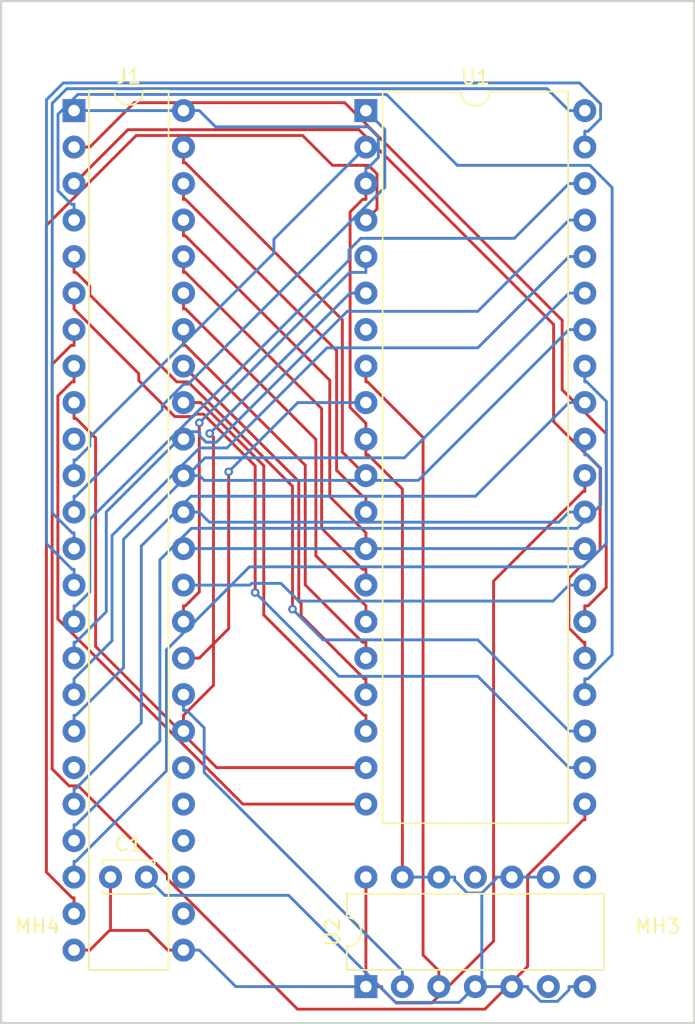
<source format=kicad_pcb>
(kicad_pcb (version 20171130) (host pcbnew 5.1.5+dfsg1-2build2)

  (general
    (thickness 1.6)
    (drawings 4)
    (tracks 381)
    (zones 0)
    (modules 8)
    (nets 52)
  )

  (page A4)
  (layers
    (0 F.Cu signal hide)
    (31 B.Cu signal)
    (32 B.Adhes user)
    (33 F.Adhes user)
    (34 B.Paste user)
    (35 F.Paste user)
    (36 B.SilkS user)
    (37 F.SilkS user)
    (38 B.Mask user)
    (39 F.Mask user)
    (40 Dwgs.User user)
    (41 Cmts.User user)
    (42 Eco1.User user)
    (43 Eco2.User user)
    (44 Edge.Cuts user)
    (45 Margin user)
    (46 B.CrtYd user)
    (47 F.CrtYd user)
    (48 B.Fab user)
    (49 F.Fab user)
  )

  (setup
    (last_trace_width 0.2)
    (user_trace_width 0.2)
    (user_trace_width 0.4)
    (user_trace_width 0.6)
    (user_trace_width 0.8)
    (user_trace_width 1)
    (user_trace_width 1.2)
    (user_trace_width 1.6)
    (user_trace_width 2)
    (trace_clearance 0.2)
    (zone_clearance 0.35)
    (zone_45_only no)
    (trace_min 0.1524)
    (via_size 0.6)
    (via_drill 0.3)
    (via_min_size 0.5)
    (via_min_drill 0.2)
    (user_via 0.9 0.5)
    (user_via 1.2 0.8)
    (user_via 1.4 0.9)
    (user_via 1.5 1)
    (uvia_size 0.3)
    (uvia_drill 0.1)
    (uvias_allowed no)
    (uvia_min_size 0.2)
    (uvia_min_drill 0.1)
    (edge_width 0.15)
    (segment_width 0.2)
    (pcb_text_width 0.3)
    (pcb_text_size 1.5 1.5)
    (mod_edge_width 0.15)
    (mod_text_size 1 1)
    (mod_text_width 0.15)
    (pad_size 3.2 3.2)
    (pad_drill 3.2)
    (pad_to_mask_clearance 0.051)
    (solder_mask_min_width 0.25)
    (aux_axis_origin 101 70)
    (grid_origin 101 70)
    (visible_elements FFFDFF7F)
    (pcbplotparams
      (layerselection 0x010fc_ffffffff)
      (usegerberextensions false)
      (usegerberattributes false)
      (usegerberadvancedattributes false)
      (creategerberjobfile false)
      (excludeedgelayer true)
      (linewidth 0.100000)
      (plotframeref false)
      (viasonmask false)
      (mode 1)
      (useauxorigin false)
      (hpglpennumber 1)
      (hpglpenspeed 20)
      (hpglpendiameter 15.000000)
      (psnegative false)
      (psa4output false)
      (plotreference true)
      (plotvalue true)
      (plotinvisibletext false)
      (padsonsilk false)
      (subtractmaskfromsilk false)
      (outputformat 1)
      (mirror false)
      (drillshape 1)
      (scaleselection 1)
      (outputdirectory ""))
  )

  (net 0 "")
  (net 1 VCC)
  (net 2 GND)
  (net 3 /P53)
  (net 4 /P26)
  (net 5 /P27)
  (net 6 /P47)
  (net 7 /P46)
  (net 8 /P25)
  (net 9 /P24)
  (net 10 /P23)
  (net 11 /P22)
  (net 12 /P21)
  (net 13 /P20)
  (net 14 /P34)
  (net 15 /P35)
  (net 16 /P17)
  (net 17 /P36)
  (net 18 /P16)
  (net 19 /P15)
  (net 20 /P40)
  (net 21 /P14)
  (net 22 /P13)
  (net 23 /P42)
  (net 24 /P12)
  (net 25 /P11)
  (net 26 /P10)
  (net 27 "Net-(U2-Pad6)")
  (net 28 "Net-(U2-Pad11)")
  (net 29 "Net-(U2-Pad8)")
  (net 30 /P33)
  (net 31 /P32)
  (net 32 /P31)
  (net 33 /P30)
  (net 34 /P51)
  (net 35 /P43)
  (net 36 /P37)
  (net 37 /P50)
  (net 38 /P52)
  (net 39 "Net-(J1-Pad30)")
  (net 40 "Net-(J1-Pad27)")
  (net 41 "Net-(J1-Pad26)")
  (net 42 "Net-(J1-Pad19)")
  (net 43 "Net-(J1-Pad10)")
  (net 44 "Net-(J1-Pad39)")
  (net 45 /P44)
  (net 46 /P45)
  (net 47 "Net-(J1-Pad28)")
  (net 48 "Net-(J1-Pad29)")
  (net 49 /P41)
  (net 50 "Net-(U1-Pad8)")
  (net 51 "Net-(U1-Pad7)")

  (net_class Default "This is the default net class."
    (clearance 0.2)
    (trace_width 0.2)
    (via_dia 0.6)
    (via_drill 0.3)
    (uvia_dia 0.3)
    (uvia_drill 0.1)
    (diff_pair_width 0.2)
    (diff_pair_gap 0.2)
    (add_net /P10)
    (add_net /P11)
    (add_net /P12)
    (add_net /P13)
    (add_net /P14)
    (add_net /P15)
    (add_net /P16)
    (add_net /P17)
    (add_net /P20)
    (add_net /P21)
    (add_net /P22)
    (add_net /P23)
    (add_net /P24)
    (add_net /P25)
    (add_net /P26)
    (add_net /P27)
    (add_net /P30)
    (add_net /P31)
    (add_net /P32)
    (add_net /P33)
    (add_net /P34)
    (add_net /P35)
    (add_net /P36)
    (add_net /P37)
    (add_net /P40)
    (add_net /P41)
    (add_net /P42)
    (add_net /P43)
    (add_net /P44)
    (add_net /P45)
    (add_net /P46)
    (add_net /P47)
    (add_net /P50)
    (add_net /P51)
    (add_net /P52)
    (add_net /P53)
    (add_net GND)
    (add_net "Net-(J1-Pad10)")
    (add_net "Net-(J1-Pad19)")
    (add_net "Net-(J1-Pad26)")
    (add_net "Net-(J1-Pad27)")
    (add_net "Net-(J1-Pad28)")
    (add_net "Net-(J1-Pad29)")
    (add_net "Net-(J1-Pad30)")
    (add_net "Net-(J1-Pad39)")
    (add_net "Net-(U1-Pad7)")
    (add_net "Net-(U1-Pad8)")
    (add_net "Net-(U2-Pad11)")
    (add_net "Net-(U2-Pad6)")
    (add_net "Net-(U2-Pad8)")
    (add_net VCC)
  )

  (module Package_DIP:DIP-40_W15.24mm (layer F.Cu) (tedit 5A02E8C5) (tstamp 61E907DB)
    (at 123.86 75.08)
    (descr "40-lead though-hole mounted DIP package, row spacing 15.24 mm (600 mils)")
    (tags "THT DIP DIL PDIP 2.54mm 15.24mm 600mil")
    (path /61E9C118)
    (fp_text reference U1 (at 7.62 -2.33) (layer F.SilkS)
      (effects (font (size 1 1) (thickness 0.15)))
    )
    (fp_text value TMS32C010NL (at 7.62 50.59) (layer F.Fab)
      (effects (font (size 1 1) (thickness 0.15)))
    )
    (fp_text user %R (at 7.62 24.13) (layer F.Fab)
      (effects (font (size 1 1) (thickness 0.15)))
    )
    (fp_line (start 16.3 -1.55) (end -1.05 -1.55) (layer F.CrtYd) (width 0.05))
    (fp_line (start 16.3 49.8) (end 16.3 -1.55) (layer F.CrtYd) (width 0.05))
    (fp_line (start -1.05 49.8) (end 16.3 49.8) (layer F.CrtYd) (width 0.05))
    (fp_line (start -1.05 -1.55) (end -1.05 49.8) (layer F.CrtYd) (width 0.05))
    (fp_line (start 14.08 -1.33) (end 8.62 -1.33) (layer F.SilkS) (width 0.12))
    (fp_line (start 14.08 49.59) (end 14.08 -1.33) (layer F.SilkS) (width 0.12))
    (fp_line (start 1.16 49.59) (end 14.08 49.59) (layer F.SilkS) (width 0.12))
    (fp_line (start 1.16 -1.33) (end 1.16 49.59) (layer F.SilkS) (width 0.12))
    (fp_line (start 6.62 -1.33) (end 1.16 -1.33) (layer F.SilkS) (width 0.12))
    (fp_line (start 0.255 -0.27) (end 1.255 -1.27) (layer F.Fab) (width 0.1))
    (fp_line (start 0.255 49.53) (end 0.255 -0.27) (layer F.Fab) (width 0.1))
    (fp_line (start 14.985 49.53) (end 0.255 49.53) (layer F.Fab) (width 0.1))
    (fp_line (start 14.985 -1.27) (end 14.985 49.53) (layer F.Fab) (width 0.1))
    (fp_line (start 1.255 -1.27) (end 14.985 -1.27) (layer F.Fab) (width 0.1))
    (fp_arc (start 7.62 -1.33) (end 6.62 -1.33) (angle -180) (layer F.SilkS) (width 0.12))
    (pad 40 thru_hole oval (at 15.24 0) (size 1.6 1.6) (drill 0.8) (layers *.Cu *.Mask)
      (net 31 /P32))
    (pad 20 thru_hole oval (at 0 48.26) (size 1.6 1.6) (drill 0.8) (layers *.Cu *.Mask)
      (net 18 /P16))
    (pad 39 thru_hole oval (at 15.24 2.54) (size 1.6 1.6) (drill 0.8) (layers *.Cu *.Mask)
      (net 30 /P33))
    (pad 19 thru_hole oval (at 0 45.72) (size 1.6 1.6) (drill 0.8) (layers *.Cu *.Mask)
      (net 16 /P17))
    (pad 38 thru_hole oval (at 15.24 5.08) (size 1.6 1.6) (drill 0.8) (layers *.Cu *.Mask)
      (net 14 /P34))
    (pad 18 thru_hole oval (at 0 43.18) (size 1.6 1.6) (drill 0.8) (layers *.Cu *.Mask)
      (net 5 /P27))
    (pad 37 thru_hole oval (at 15.24 7.62) (size 1.6 1.6) (drill 0.8) (layers *.Cu *.Mask)
      (net 15 /P35))
    (pad 17 thru_hole oval (at 0 40.64) (size 1.6 1.6) (drill 0.8) (layers *.Cu *.Mask)
      (net 4 /P26))
    (pad 36 thru_hole oval (at 15.24 10.16) (size 1.6 1.6) (drill 0.8) (layers *.Cu *.Mask)
      (net 17 /P36))
    (pad 16 thru_hole oval (at 0 38.1) (size 1.6 1.6) (drill 0.8) (layers *.Cu *.Mask)
      (net 8 /P25))
    (pad 35 thru_hole oval (at 15.24 12.7) (size 1.6 1.6) (drill 0.8) (layers *.Cu *.Mask)
      (net 36 /P37))
    (pad 15 thru_hole oval (at 0 35.56) (size 1.6 1.6) (drill 0.8) (layers *.Cu *.Mask)
      (net 9 /P24))
    (pad 34 thru_hole oval (at 15.24 15.24) (size 1.6 1.6) (drill 0.8) (layers *.Cu *.Mask)
      (net 20 /P40))
    (pad 14 thru_hole oval (at 0 33.02) (size 1.6 1.6) (drill 0.8) (layers *.Cu *.Mask)
      (net 10 /P23))
    (pad 33 thru_hole oval (at 15.24 17.78) (size 1.6 1.6) (drill 0.8) (layers *.Cu *.Mask)
      (net 38 /P52))
    (pad 13 thru_hole oval (at 0 30.48) (size 1.6 1.6) (drill 0.8) (layers *.Cu *.Mask)
      (net 11 /P22))
    (pad 32 thru_hole oval (at 15.24 20.32) (size 1.6 1.6) (drill 0.8) (layers *.Cu *.Mask)
      (net 37 /P50))
    (pad 12 thru_hole oval (at 0 27.94) (size 1.6 1.6) (drill 0.8) (layers *.Cu *.Mask)
      (net 12 /P21))
    (pad 31 thru_hole oval (at 15.24 22.86) (size 1.6 1.6) (drill 0.8) (layers *.Cu *.Mask)
      (net 34 /P51))
    (pad 11 thru_hole oval (at 0 25.4) (size 1.6 1.6) (drill 0.8) (layers *.Cu *.Mask)
      (net 13 /P20))
    (pad 30 thru_hole oval (at 15.24 25.4) (size 1.6 1.6) (drill 0.8) (layers *.Cu *.Mask)
      (net 1 VCC))
    (pad 10 thru_hole oval (at 0 22.86) (size 1.6 1.6) (drill 0.8) (layers *.Cu *.Mask)
      (net 2 GND))
    (pad 29 thru_hole oval (at 15.24 27.94) (size 1.6 1.6) (drill 0.8) (layers *.Cu *.Mask)
      (net 49 /P41))
    (pad 9 thru_hole oval (at 0 20.32) (size 1.6 1.6) (drill 0.8) (layers *.Cu *.Mask)
      (net 46 /P45))
    (pad 28 thru_hole oval (at 15.24 30.48) (size 1.6 1.6) (drill 0.8) (layers *.Cu *.Mask)
      (net 23 /P42))
    (pad 8 thru_hole oval (at 0 17.78) (size 1.6 1.6) (drill 0.8) (layers *.Cu *.Mask)
      (net 50 "Net-(U1-Pad8)"))
    (pad 27 thru_hole oval (at 15.24 33.02) (size 1.6 1.6) (drill 0.8) (layers *.Cu *.Mask)
      (net 35 /P43))
    (pad 7 thru_hole oval (at 0 15.24) (size 1.6 1.6) (drill 0.8) (layers *.Cu *.Mask)
      (net 51 "Net-(U1-Pad7)"))
    (pad 26 thru_hole oval (at 15.24 35.56) (size 1.6 1.6) (drill 0.8) (layers *.Cu *.Mask)
      (net 26 /P10))
    (pad 6 thru_hole oval (at 0 12.7) (size 1.6 1.6) (drill 0.8) (layers *.Cu *.Mask)
      (net 6 /P47))
    (pad 25 thru_hole oval (at 15.24 38.1) (size 1.6 1.6) (drill 0.8) (layers *.Cu *.Mask)
      (net 25 /P11))
    (pad 5 thru_hole oval (at 0 10.16) (size 1.6 1.6) (drill 0.8) (layers *.Cu *.Mask)
      (net 45 /P44))
    (pad 24 thru_hole oval (at 15.24 40.64) (size 1.6 1.6) (drill 0.8) (layers *.Cu *.Mask)
      (net 24 /P12))
    (pad 4 thru_hole oval (at 0 7.62) (size 1.6 1.6) (drill 0.8) (layers *.Cu *.Mask)
      (net 3 /P53))
    (pad 23 thru_hole oval (at 15.24 43.18) (size 1.6 1.6) (drill 0.8) (layers *.Cu *.Mask)
      (net 22 /P13))
    (pad 3 thru_hole oval (at 0 5.08) (size 1.6 1.6) (drill 0.8) (layers *.Cu *.Mask)
      (net 2 GND))
    (pad 22 thru_hole oval (at 15.24 45.72) (size 1.6 1.6) (drill 0.8) (layers *.Cu *.Mask)
      (net 21 /P14))
    (pad 2 thru_hole oval (at 0 2.54) (size 1.6 1.6) (drill 0.8) (layers *.Cu *.Mask)
      (net 33 /P30))
    (pad 21 thru_hole oval (at 15.24 48.26) (size 1.6 1.6) (drill 0.8) (layers *.Cu *.Mask)
      (net 19 /P15))
    (pad 1 thru_hole rect (at 0 0) (size 1.6 1.6) (drill 0.8) (layers *.Cu *.Mask)
      (net 32 /P31))
    (model ${KISYS3DMOD}/Package_DIP.3dshapes/DIP-40_W15.24mm.wrl
      (at (xyz 0 0 0))
      (scale (xyz 1 1 1))
      (rotate (xyz 0 0 0))
    )
  )

  (module 0-LocalLibrary:DIP-48_W7.62mm (layer F.Cu) (tedit 6198C9C5) (tstamp 61E6ACD4)
    (at 103.54 75.08)
    (descr "48-lead dip package, row spacing 7.62 mm (300 mils)")
    (tags "DIL DIP PDIP 2.54mm 7.62mm 300mill")
    (path /621B43C2)
    (fp_text reference J1 (at 3.81 -2.39) (layer F.SilkS)
      (effects (font (size 1 1) (thickness 0.15)))
    )
    (fp_text value BionicConnector (at 5.08 60.96) (layer F.Fab)
      (effects (font (size 1 1) (thickness 0.15)))
    )
    (fp_line (start 8.68 60.02) (end 8.68 18.72) (layer F.CrtYd) (width 0.05))
    (fp_line (start 7.365 59.69) (end 0.255 59.69) (layer F.Fab) (width 0.1))
    (fp_line (start 0.255 59.69) (end 0.255 20.05) (layer F.Fab) (width 0.1))
    (fp_line (start -1.1 60.02) (end 8.68 60.02) (layer F.CrtYd) (width 0.05))
    (fp_line (start -1.1 18.72) (end -1.1 60.02) (layer F.CrtYd) (width 0.05))
    (fp_line (start 6.58 59.81) (end 6.58 18.93) (layer F.SilkS) (width 0.12))
    (fp_line (start 1.04 59.81) (end 6.58 59.81) (layer F.SilkS) (width 0.12))
    (fp_line (start 1.04 18.93) (end 1.04 59.81) (layer F.SilkS) (width 0.12))
    (fp_line (start 7.365 19.05) (end 7.365 59.69) (layer F.Fab) (width 0.1))
    (fp_arc (start 3.81 -1.39) (end 2.81 -1.39) (angle -180) (layer F.SilkS) (width 0.12))
    (fp_line (start 8.68 -1.6) (end -1.1 -1.6) (layer F.CrtYd) (width 0.05))
    (fp_line (start 8.68 39.7) (end 8.68 -1.6) (layer F.CrtYd) (width 0.05))
    (fp_line (start -1.1 -1.6) (end -1.1 39.7) (layer F.CrtYd) (width 0.05))
    (fp_line (start 6.58 -1.39) (end 4.81 -1.39) (layer F.SilkS) (width 0.12))
    (fp_line (start 6.58 39.49) (end 6.58 -1.39) (layer F.SilkS) (width 0.12))
    (fp_line (start 1.04 -1.39) (end 1.04 39.49) (layer F.SilkS) (width 0.12))
    (fp_line (start 2.81 -1.39) (end 1.04 -1.39) (layer F.SilkS) (width 0.12))
    (fp_line (start 0.255 -0.27) (end 1.255 -1.27) (layer F.Fab) (width 0.1))
    (fp_line (start 0.255 39.37) (end 0.255 -0.27) (layer F.Fab) (width 0.1))
    (fp_line (start 7.365 -1.27) (end 7.365 39.37) (layer F.Fab) (width 0.1))
    (fp_line (start 1.255 -1.27) (end 7.365 -1.27) (layer F.Fab) (width 0.1))
    (fp_text user %R (at 3.81 19.05) (layer F.Fab)
      (effects (font (size 1 1) (thickness 0.15)))
    )
    (pad 20 thru_hole oval (at 0 48.26) (size 1.6 1.6) (drill 0.8) (layers *.Cu *.Mask)
      (net 37 /P50))
    (pad 24 thru_hole oval (at 0 58.42) (size 1.6 1.6) (drill 0.8) (layers *.Cu *.Mask)
      (net 1 VCC))
    (pad 25 thru_hole oval (at 7.62 58.42) (size 1.6 1.6) (drill 0.8) (layers *.Cu *.Mask)
      (net 1 VCC))
    (pad 23 thru_hole oval (at 0 55.88) (size 1.6 1.6) (drill 0.8) (layers *.Cu *.Mask)
      (net 3 /P53))
    (pad 30 thru_hole oval (at 7.62 45.72) (size 1.6 1.6) (drill 0.8) (layers *.Cu *.Mask)
      (net 39 "Net-(J1-Pad30)"))
    (pad 21 thru_hole oval (at 0 50.8) (size 1.6 1.6) (drill 0.8) (layers *.Cu *.Mask)
      (net 34 /P51))
    (pad 17 thru_hole oval (at 0 40.64) (size 1.6 1.6) (drill 0.8) (layers *.Cu *.Mask)
      (net 17 /P36))
    (pad 22 thru_hole oval (at 0 53.34) (size 1.6 1.6) (drill 0.8) (layers *.Cu *.Mask)
      (net 38 /P52))
    (pad 27 thru_hole oval (at 7.62 53.34) (size 1.6 1.6) (drill 0.8) (layers *.Cu *.Mask)
      (net 40 "Net-(J1-Pad27)"))
    (pad 18 thru_hole oval (at 0 43.18) (size 1.6 1.6) (drill 0.8) (layers *.Cu *.Mask)
      (net 36 /P37))
    (pad 31 thru_hole oval (at 7.62 43.18) (size 1.6 1.6) (drill 0.8) (layers *.Cu *.Mask)
      (net 6 /P47))
    (pad 28 thru_hole oval (at 7.62 50.8) (size 1.6 1.6) (drill 0.8) (layers *.Cu *.Mask)
      (net 47 "Net-(J1-Pad28)"))
    (pad 29 thru_hole oval (at 7.62 48.26) (size 1.6 1.6) (drill 0.8) (layers *.Cu *.Mask)
      (net 48 "Net-(J1-Pad29)"))
    (pad 32 thru_hole oval (at 7.62 40.64) (size 1.6 1.6) (drill 0.8) (layers *.Cu *.Mask)
      (net 7 /P46))
    (pad 26 thru_hole oval (at 7.62 55.88) (size 1.6 1.6) (drill 0.8) (layers *.Cu *.Mask)
      (net 41 "Net-(J1-Pad26)"))
    (pad 19 thru_hole oval (at 0 45.72) (size 1.6 1.6) (drill 0.8) (layers *.Cu *.Mask)
      (net 42 "Net-(J1-Pad19)"))
    (pad 48 thru_hole oval (at 7.62 0) (size 1.6 1.6) (drill 0.8) (layers *.Cu *.Mask)
      (net 2 GND))
    (pad 16 thru_hole oval (at 0 38.1) (size 1.6 1.6) (drill 0.8) (layers *.Cu *.Mask)
      (net 15 /P35))
    (pad 47 thru_hole oval (at 7.62 2.54) (size 1.6 1.6) (drill 0.8) (layers *.Cu *.Mask)
      (net 13 /P20))
    (pad 15 thru_hole oval (at 0 35.56) (size 1.6 1.6) (drill 0.8) (layers *.Cu *.Mask)
      (net 14 /P34))
    (pad 46 thru_hole oval (at 7.62 5.08) (size 1.6 1.6) (drill 0.8) (layers *.Cu *.Mask)
      (net 12 /P21))
    (pad 14 thru_hole oval (at 0 33.02) (size 1.6 1.6) (drill 0.8) (layers *.Cu *.Mask)
      (net 30 /P33))
    (pad 45 thru_hole oval (at 7.62 7.62) (size 1.6 1.6) (drill 0.8) (layers *.Cu *.Mask)
      (net 11 /P22))
    (pad 13 thru_hole oval (at 0 30.48) (size 1.6 1.6) (drill 0.8) (layers *.Cu *.Mask)
      (net 31 /P32))
    (pad 44 thru_hole oval (at 7.62 10.16) (size 1.6 1.6) (drill 0.8) (layers *.Cu *.Mask)
      (net 10 /P23))
    (pad 12 thru_hole oval (at 0 27.94) (size 1.6 1.6) (drill 0.8) (layers *.Cu *.Mask)
      (net 32 /P31))
    (pad 43 thru_hole oval (at 7.62 12.7) (size 1.6 1.6) (drill 0.8) (layers *.Cu *.Mask)
      (net 9 /P24))
    (pad 11 thru_hole oval (at 0 25.4) (size 1.6 1.6) (drill 0.8) (layers *.Cu *.Mask)
      (net 33 /P30))
    (pad 42 thru_hole oval (at 7.62 15.24) (size 1.6 1.6) (drill 0.8) (layers *.Cu *.Mask)
      (net 8 /P25))
    (pad 10 thru_hole oval (at 0 22.86) (size 1.6 1.6) (drill 0.8) (layers *.Cu *.Mask)
      (net 43 "Net-(J1-Pad10)"))
    (pad 41 thru_hole oval (at 7.62 17.78) (size 1.6 1.6) (drill 0.8) (layers *.Cu *.Mask)
      (net 4 /P26))
    (pad 9 thru_hole oval (at 0 20.32) (size 1.6 1.6) (drill 0.8) (layers *.Cu *.Mask)
      (net 16 /P17))
    (pad 40 thru_hole oval (at 7.62 20.32) (size 1.6 1.6) (drill 0.8) (layers *.Cu *.Mask)
      (net 5 /P27))
    (pad 8 thru_hole oval (at 0 17.78) (size 1.6 1.6) (drill 0.8) (layers *.Cu *.Mask)
      (net 18 /P16))
    (pad 39 thru_hole oval (at 7.62 22.86) (size 1.6 1.6) (drill 0.8) (layers *.Cu *.Mask)
      (net 44 "Net-(J1-Pad39)"))
    (pad 7 thru_hole oval (at 0 15.24) (size 1.6 1.6) (drill 0.8) (layers *.Cu *.Mask)
      (net 19 /P15))
    (pad 38 thru_hole oval (at 7.62 25.4) (size 1.6 1.6) (drill 0.8) (layers *.Cu *.Mask)
      (net 20 /P40))
    (pad 6 thru_hole oval (at 0 12.7) (size 1.6 1.6) (drill 0.8) (layers *.Cu *.Mask)
      (net 21 /P14))
    (pad 37 thru_hole oval (at 7.62 27.94) (size 1.6 1.6) (drill 0.8) (layers *.Cu *.Mask)
      (net 49 /P41))
    (pad 5 thru_hole oval (at 0 10.16) (size 1.6 1.6) (drill 0.8) (layers *.Cu *.Mask)
      (net 22 /P13))
    (pad 36 thru_hole oval (at 7.62 30.48) (size 1.6 1.6) (drill 0.8) (layers *.Cu *.Mask)
      (net 23 /P42))
    (pad 4 thru_hole oval (at 0 7.62) (size 1.6 1.6) (drill 0.8) (layers *.Cu *.Mask)
      (net 24 /P12))
    (pad 35 thru_hole oval (at 7.62 33.02) (size 1.6 1.6) (drill 0.8) (layers *.Cu *.Mask)
      (net 35 /P43))
    (pad 3 thru_hole oval (at 0 5.08) (size 1.6 1.6) (drill 0.8) (layers *.Cu *.Mask)
      (net 25 /P11))
    (pad 34 thru_hole oval (at 7.62 35.56) (size 1.6 1.6) (drill 0.8) (layers *.Cu *.Mask)
      (net 45 /P44))
    (pad 2 thru_hole oval (at 0 2.54) (size 1.6 1.6) (drill 0.8) (layers *.Cu *.Mask)
      (net 26 /P10))
    (pad 33 thru_hole oval (at 7.62 38.1) (size 1.6 1.6) (drill 0.8) (layers *.Cu *.Mask)
      (net 46 /P45))
    (pad 1 thru_hole rect (at 0 0) (size 1.6 1.6) (drill 0.8) (layers *.Cu *.Mask)
      (net 2 GND))
    (model ${KISYS3DMOD}/Package_DIP.3dshapes/DIP-32_W7.62mm.wrl
      (at (xyz 0 0 0))
      (scale (xyz 1 1 1))
      (rotate (xyz 0 0 0))
    )
  )

  (module Capacitor_THT:C_Disc_D3.4mm_W2.1mm_P2.50mm (layer F.Cu) (tedit 5AE50EF0) (tstamp 61E6AC8A)
    (at 106.08 128.42)
    (descr "C, Disc series, Radial, pin pitch=2.50mm, , diameter*width=3.4*2.1mm^2, Capacitor, http://www.vishay.com/docs/45233/krseries.pdf")
    (tags "C Disc series Radial pin pitch 2.50mm  diameter 3.4mm width 2.1mm Capacitor")
    (path /5D0E12B4)
    (fp_text reference C1 (at 1.25 -2.3) (layer F.SilkS)
      (effects (font (size 1 1) (thickness 0.15)))
    )
    (fp_text value 0.1u (at 1.25 2.3) (layer F.Fab)
      (effects (font (size 1 1) (thickness 0.15)))
    )
    (fp_text user %R (at 1.25 0) (layer F.Fab)
      (effects (font (size 0.68 0.68) (thickness 0.102)))
    )
    (fp_line (start 3.55 -1.3) (end -1.05 -1.3) (layer F.CrtYd) (width 0.05))
    (fp_line (start 3.55 1.3) (end 3.55 -1.3) (layer F.CrtYd) (width 0.05))
    (fp_line (start -1.05 1.3) (end 3.55 1.3) (layer F.CrtYd) (width 0.05))
    (fp_line (start -1.05 -1.3) (end -1.05 1.3) (layer F.CrtYd) (width 0.05))
    (fp_line (start 3.07 0.925) (end 3.07 1.17) (layer F.SilkS) (width 0.12))
    (fp_line (start 3.07 -1.17) (end 3.07 -0.925) (layer F.SilkS) (width 0.12))
    (fp_line (start -0.57 0.925) (end -0.57 1.17) (layer F.SilkS) (width 0.12))
    (fp_line (start -0.57 -1.17) (end -0.57 -0.925) (layer F.SilkS) (width 0.12))
    (fp_line (start -0.57 1.17) (end 3.07 1.17) (layer F.SilkS) (width 0.12))
    (fp_line (start -0.57 -1.17) (end 3.07 -1.17) (layer F.SilkS) (width 0.12))
    (fp_line (start 2.95 -1.05) (end -0.45 -1.05) (layer F.Fab) (width 0.1))
    (fp_line (start 2.95 1.05) (end 2.95 -1.05) (layer F.Fab) (width 0.1))
    (fp_line (start -0.45 1.05) (end 2.95 1.05) (layer F.Fab) (width 0.1))
    (fp_line (start -0.45 -1.05) (end -0.45 1.05) (layer F.Fab) (width 0.1))
    (pad 2 thru_hole circle (at 2.5 0) (size 1.6 1.6) (drill 0.8) (layers *.Cu *.Mask)
      (net 2 GND))
    (pad 1 thru_hole circle (at 0 0) (size 1.6 1.6) (drill 0.8) (layers *.Cu *.Mask)
      (net 1 VCC))
    (model ${KISYS3DMOD}/Capacitor_THT.3dshapes/C_Disc_D3.4mm_W2.1mm_P2.50mm.wrl
      (at (xyz 0 0 0))
      (scale (xyz 1 1 1))
      (rotate (xyz 0 0 0))
    )
  )

  (module Package_DIP:DIP-14_W7.62mm (layer F.Cu) (tedit 5A02E8C5) (tstamp 618C299E)
    (at 123.86 136.04 90)
    (descr "14-lead though-hole mounted DIP package, row spacing 7.62 mm (300 mils)")
    (tags "THT DIP DIL PDIP 2.54mm 7.62mm 300mil")
    (path /618CE644)
    (fp_text reference U2 (at 3.81 -2.33 90) (layer F.SilkS)
      (effects (font (size 1 1) (thickness 0.15)))
    )
    (fp_text value 74HCT126 (at 3.81 17.57 90) (layer F.Fab)
      (effects (font (size 1 1) (thickness 0.15)))
    )
    (fp_text user %R (at 3.81 7.62 90) (layer F.Fab)
      (effects (font (size 1 1) (thickness 0.15)))
    )
    (fp_line (start 8.7 -1.55) (end -1.1 -1.55) (layer F.CrtYd) (width 0.05))
    (fp_line (start 8.7 16.8) (end 8.7 -1.55) (layer F.CrtYd) (width 0.05))
    (fp_line (start -1.1 16.8) (end 8.7 16.8) (layer F.CrtYd) (width 0.05))
    (fp_line (start -1.1 -1.55) (end -1.1 16.8) (layer F.CrtYd) (width 0.05))
    (fp_line (start 6.46 -1.33) (end 4.81 -1.33) (layer F.SilkS) (width 0.12))
    (fp_line (start 6.46 16.57) (end 6.46 -1.33) (layer F.SilkS) (width 0.12))
    (fp_line (start 1.16 16.57) (end 6.46 16.57) (layer F.SilkS) (width 0.12))
    (fp_line (start 1.16 -1.33) (end 1.16 16.57) (layer F.SilkS) (width 0.12))
    (fp_line (start 2.81 -1.33) (end 1.16 -1.33) (layer F.SilkS) (width 0.12))
    (fp_line (start 0.635 -0.27) (end 1.635 -1.27) (layer F.Fab) (width 0.1))
    (fp_line (start 0.635 16.51) (end 0.635 -0.27) (layer F.Fab) (width 0.1))
    (fp_line (start 6.985 16.51) (end 0.635 16.51) (layer F.Fab) (width 0.1))
    (fp_line (start 6.985 -1.27) (end 6.985 16.51) (layer F.Fab) (width 0.1))
    (fp_line (start 1.635 -1.27) (end 6.985 -1.27) (layer F.Fab) (width 0.1))
    (fp_arc (start 3.81 -1.33) (end 2.81 -1.33) (angle -180) (layer F.SilkS) (width 0.12))
    (pad 14 thru_hole oval (at 7.62 0 90) (size 1.6 1.6) (drill 0.8) (layers *.Cu *.Mask)
      (net 1 VCC))
    (pad 7 thru_hole oval (at 0 15.24 90) (size 1.6 1.6) (drill 0.8) (layers *.Cu *.Mask)
      (net 2 GND))
    (pad 13 thru_hole oval (at 7.62 2.54 90) (size 1.6 1.6) (drill 0.8) (layers *.Cu *.Mask)
      (net 2 GND))
    (pad 6 thru_hole oval (at 0 12.7 90) (size 1.6 1.6) (drill 0.8) (layers *.Cu *.Mask)
      (net 27 "Net-(U2-Pad6)"))
    (pad 12 thru_hole oval (at 7.62 5.08 90) (size 1.6 1.6) (drill 0.8) (layers *.Cu *.Mask)
      (net 2 GND))
    (pad 5 thru_hole oval (at 0 10.16 90) (size 1.6 1.6) (drill 0.8) (layers *.Cu *.Mask)
      (net 2 GND))
    (pad 11 thru_hole oval (at 7.62 7.62 90) (size 1.6 1.6) (drill 0.8) (layers *.Cu *.Mask)
      (net 28 "Net-(U2-Pad11)"))
    (pad 4 thru_hole oval (at 0 7.62 90) (size 1.6 1.6) (drill 0.8) (layers *.Cu *.Mask)
      (net 2 GND))
    (pad 10 thru_hole oval (at 7.62 10.16 90) (size 1.6 1.6) (drill 0.8) (layers *.Cu *.Mask)
      (net 2 GND))
    (pad 3 thru_hole oval (at 0 5.08 90) (size 1.6 1.6) (drill 0.8) (layers *.Cu *.Mask)
      (net 50 "Net-(U1-Pad8)"))
    (pad 9 thru_hole oval (at 7.62 12.7 90) (size 1.6 1.6) (drill 0.8) (layers *.Cu *.Mask)
      (net 2 GND))
    (pad 2 thru_hole oval (at 0 2.54 90) (size 1.6 1.6) (drill 0.8) (layers *.Cu *.Mask)
      (net 7 /P46))
    (pad 8 thru_hole oval (at 7.62 15.24 90) (size 1.6 1.6) (drill 0.8) (layers *.Cu *.Mask)
      (net 29 "Net-(U2-Pad8)"))
    (pad 1 thru_hole rect (at 0 0 90) (size 1.6 1.6) (drill 0.8) (layers *.Cu *.Mask)
      (net 1 VCC))
    (model ${KISYS3DMOD}/Package_DIP.3dshapes/DIP-14_W7.62mm.wrl
      (at (xyz 0 0 0))
      (scale (xyz 1 1 1))
      (rotate (xyz 0 0 0))
    )
  )

  (module MountingHole:MountingHole_3.2mm_M3 (layer F.Cu) (tedit 56D1B4CB) (tstamp 618AA90D)
    (at 101 136.04)
    (descr "Mounting Hole 3.2mm, no annular, M3")
    (tags "mounting hole 3.2mm no annular m3")
    (attr virtual)
    (fp_text reference MH4 (at 0 -4.2) (layer F.SilkS)
      (effects (font (size 1 1) (thickness 0.15)))
    )
    (fp_text value MountingHole_3.2mm_M3 (at 0 4.2) (layer F.Fab)
      (effects (font (size 1 1) (thickness 0.15)))
    )
    (fp_circle (center 0 0) (end 3.45 0) (layer F.CrtYd) (width 0.05))
    (fp_circle (center 0 0) (end 3.2 0) (layer Cmts.User) (width 0.15))
    (fp_text user %R (at 0.3 0) (layer F.Fab)
      (effects (font (size 1 1) (thickness 0.15)))
    )
    (pad 1 np_thru_hole circle (at 0 0) (size 3.2 3.2) (drill 3.2) (layers *.Cu *.Mask))
  )

  (module MountingHole:MountingHole_3.2mm_M3 (layer F.Cu) (tedit 56D1B4CB) (tstamp 618AA8EF)
    (at 144.18 136.04)
    (descr "Mounting Hole 3.2mm, no annular, M3")
    (tags "mounting hole 3.2mm no annular m3")
    (attr virtual)
    (fp_text reference MH3 (at 0 -4.2) (layer F.SilkS)
      (effects (font (size 1 1) (thickness 0.15)))
    )
    (fp_text value MountingHole_3.2mm_M3 (at 0 4.2) (layer F.Fab)
      (effects (font (size 1 1) (thickness 0.15)))
    )
    (fp_circle (center 0 0) (end 3.45 0) (layer F.CrtYd) (width 0.05))
    (fp_circle (center 0 0) (end 3.2 0) (layer Cmts.User) (width 0.15))
    (fp_text user %R (at 0.3 0) (layer F.Fab)
      (effects (font (size 1 1) (thickness 0.15)))
    )
    (pad 1 np_thru_hole circle (at 0 0) (size 3.2 3.2) (drill 3.2) (layers *.Cu *.Mask))
  )

  (module MountingHole:MountingHole_3.2mm_M3 (layer F.Cu) (tedit 56D1B4CB) (tstamp 618AA8C0)
    (at 144.18 70)
    (descr "Mounting Hole 3.2mm, no annular, M3")
    (tags "mounting hole 3.2mm no annular m3")
    (attr virtual)
    (fp_text reference MH2 (at 0 -4.2) (layer F.SilkS)
      (effects (font (size 1 1) (thickness 0.15)))
    )
    (fp_text value MountingHole_3.2mm_M3 (at 0 4.2) (layer F.Fab)
      (effects (font (size 1 1) (thickness 0.15)))
    )
    (fp_circle (center 0 0) (end 3.45 0) (layer F.CrtYd) (width 0.05))
    (fp_circle (center 0 0) (end 3.2 0) (layer Cmts.User) (width 0.15))
    (fp_text user %R (at 0.3 0) (layer F.Fab)
      (effects (font (size 1 1) (thickness 0.15)))
    )
    (pad 1 np_thru_hole circle (at 0 0) (size 3.2 3.2) (drill 3.2) (layers *.Cu *.Mask))
  )

  (module MountingHole:MountingHole_3.2mm_M3 (layer F.Cu) (tedit 618A6455) (tstamp 618AA897)
    (at 101 70)
    (descr "Mounting Hole 3.2mm, no annular, M3")
    (tags "mounting hole 3.2mm no annular m3")
    (attr virtual)
    (fp_text reference MH1 (at 0 -4.2) (layer F.SilkS)
      (effects (font (size 1 1) (thickness 0.15)))
    )
    (fp_text value MountingHole_3.2mm_M3 (at 0 4.2) (layer F.Fab)
      (effects (font (size 1 1) (thickness 0.15)))
    )
    (fp_circle (center 0 0) (end 3.45 0) (layer F.CrtYd) (width 0.05))
    (fp_circle (center 0 0) (end 3.2 0) (layer Cmts.User) (width 0.15))
    (fp_text user %R (at 0.3 0) (layer F.Fab)
      (effects (font (size 1 1) (thickness 0.15)))
    )
    (pad "" np_thru_hole circle (at 0 0) (size 3.2 3.2) (drill 3.2) (layers *.Cu *.Mask))
  )

  (gr_line (start 98.46 138.58) (end 98.46 67.46) (layer Edge.Cuts) (width 0.15) (tstamp 618AA84D))
  (gr_line (start 146.72 138.58) (end 98.46 138.58) (layer Edge.Cuts) (width 0.15))
  (gr_line (start 146.72 67.46) (end 146.72 138.58) (layer Edge.Cuts) (width 0.15))
  (gr_line (start 98.46 67.46) (end 146.72 67.46) (layer Edge.Cuts) (width 0.15))

  (segment (start 111.16 133.5) (end 112.2603 133.5) (width 0.2) (layer B.Cu) (net 1))
  (segment (start 123.86 136.04) (end 114.8003 136.04) (width 0.2) (layer B.Cu) (net 1))
  (segment (start 114.8003 136.04) (end 112.2603 133.5) (width 0.2) (layer B.Cu) (net 1))
  (segment (start 123.86 136.04) (end 124.9603 136.04) (width 0.2) (layer F.Cu) (net 1))
  (segment (start 124.9603 136.04) (end 124.9603 136.1775) (width 0.2) (layer F.Cu) (net 1))
  (segment (start 124.9603 136.1775) (end 125.9616 137.1788) (width 0.2) (layer F.Cu) (net 1))
  (segment (start 125.9616 137.1788) (end 128.4461 137.1788) (width 0.2) (layer F.Cu) (net 1))
  (segment (start 128.4461 137.1788) (end 132.75 132.8749) (width 0.2) (layer F.Cu) (net 1))
  (segment (start 132.75 132.8749) (end 132.75 107.8163) (width 0.2) (layer F.Cu) (net 1))
  (segment (start 132.75 107.8163) (end 138.986 101.5803) (width 0.2) (layer F.Cu) (net 1))
  (segment (start 138.986 101.5803) (end 139.1 101.5803) (width 0.2) (layer F.Cu) (net 1))
  (segment (start 123.86 136.04) (end 123.86 128.42) (width 0.2) (layer F.Cu) (net 1))
  (segment (start 139.1 100.48) (end 139.1 101.5803) (width 0.2) (layer F.Cu) (net 1))
  (segment (start 106.08 132.1299) (end 106.0104 132.1299) (width 0.2) (layer F.Cu) (net 1))
  (segment (start 106.0104 132.1299) (end 104.6403 133.5) (width 0.2) (layer F.Cu) (net 1))
  (segment (start 110.0597 133.5) (end 108.6896 132.1299) (width 0.2) (layer F.Cu) (net 1))
  (segment (start 108.6896 132.1299) (end 106.08 132.1299) (width 0.2) (layer F.Cu) (net 1))
  (segment (start 106.08 132.1299) (end 106.08 128.42) (width 0.2) (layer F.Cu) (net 1))
  (segment (start 103.54 133.5) (end 104.6403 133.5) (width 0.2) (layer F.Cu) (net 1))
  (segment (start 111.16 133.5) (end 110.0597 133.5) (width 0.2) (layer F.Cu) (net 1))
  (segment (start 131.9301 129.5269) (end 130.9192 129.5269) (width 0.2) (layer B.Cu) (net 2))
  (segment (start 130.9192 129.5269) (end 130.0403 128.648) (width 0.2) (layer B.Cu) (net 2))
  (segment (start 130.0403 128.648) (end 130.0403 128.42) (width 0.2) (layer B.Cu) (net 2))
  (segment (start 132.9197 128.42) (end 132.9197 128.5373) (width 0.2) (layer B.Cu) (net 2))
  (segment (start 132.9197 128.5373) (end 131.9301 129.5269) (width 0.2) (layer B.Cu) (net 2))
  (segment (start 131.9301 136.04) (end 131.9301 129.5269) (width 0.2) (layer B.Cu) (net 2))
  (segment (start 131.9301 136.04) (end 134.02 136.04) (width 0.2) (layer B.Cu) (net 2))
  (segment (start 131.48 136.04) (end 131.9301 136.04) (width 0.2) (layer B.Cu) (net 2))
  (segment (start 134.02 128.42) (end 132.9197 128.42) (width 0.2) (layer B.Cu) (net 2))
  (segment (start 136.56 128.42) (end 134.02 128.42) (width 0.2) (layer B.Cu) (net 2))
  (segment (start 128.94 128.42) (end 130.0403 128.42) (width 0.2) (layer B.Cu) (net 2))
  (segment (start 111.16 75.08) (end 112.2603 75.08) (width 0.2) (layer B.Cu) (net 2))
  (segment (start 123.86 80.16) (end 123.86 79.0597) (width 0.2) (layer B.Cu) (net 2))
  (segment (start 123.86 79.0597) (end 124.0173 79.0597) (width 0.2) (layer B.Cu) (net 2))
  (segment (start 124.0173 79.0597) (end 124.7247 78.3523) (width 0.2) (layer B.Cu) (net 2))
  (segment (start 124.7247 78.3523) (end 124.7247 76.9284) (width 0.2) (layer B.Cu) (net 2))
  (segment (start 124.7247 76.9284) (end 124.0046 76.2083) (width 0.2) (layer B.Cu) (net 2))
  (segment (start 124.0046 76.2083) (end 113.3886 76.2083) (width 0.2) (layer B.Cu) (net 2))
  (segment (start 113.3886 76.2083) (end 112.2603 75.08) (width 0.2) (layer B.Cu) (net 2))
  (segment (start 131.4574 136.04) (end 130.357 137.1404) (width 0.2) (layer B.Cu) (net 2))
  (segment (start 130.357 137.1404) (end 125.9335 137.1404) (width 0.2) (layer B.Cu) (net 2))
  (segment (start 125.9335 137.1404) (end 118.4831 129.69) (width 0.2) (layer B.Cu) (net 2))
  (segment (start 118.4831 129.69) (end 109.85 129.69) (width 0.2) (layer B.Cu) (net 2))
  (segment (start 109.85 129.69) (end 108.58 128.42) (width 0.2) (layer B.Cu) (net 2))
  (segment (start 131.48 136.04) (end 131.4574 136.04) (width 0.2) (layer B.Cu) (net 2))
  (segment (start 128.94 128.42) (end 126.4 128.42) (width 0.2) (layer B.Cu) (net 2))
  (segment (start 123.86 99.0403) (end 124.0195 99.0403) (width 0.2) (layer F.Cu) (net 2))
  (segment (start 124.0195 99.0403) (end 126.4 101.4208) (width 0.2) (layer F.Cu) (net 2))
  (segment (start 126.4 101.4208) (end 126.4 127.3197) (width 0.2) (layer F.Cu) (net 2))
  (segment (start 126.4 128.42) (end 126.4 127.3197) (width 0.2) (layer F.Cu) (net 2))
  (segment (start 123.86 97.94) (end 123.86 99.0403) (width 0.2) (layer F.Cu) (net 2))
  (segment (start 134.02 136.04) (end 135.1203 136.04) (width 0.2) (layer B.Cu) (net 2))
  (segment (start 135.1203 136.04) (end 135.1203 136.1587) (width 0.2) (layer B.Cu) (net 2))
  (segment (start 135.1203 136.1587) (end 136.0264 137.0648) (width 0.2) (layer B.Cu) (net 2))
  (segment (start 136.0264 137.0648) (end 137.2029 137.0648) (width 0.2) (layer B.Cu) (net 2))
  (segment (start 137.2029 137.0648) (end 137.9997 136.268) (width 0.2) (layer B.Cu) (net 2))
  (segment (start 137.9997 136.268) (end 137.9997 136.04) (width 0.2) (layer B.Cu) (net 2))
  (segment (start 139.1 136.04) (end 137.9997 136.04) (width 0.2) (layer B.Cu) (net 2))
  (segment (start 103.54 75.08) (end 111.16 75.08) (width 0.2) (layer B.Cu) (net 2))
  (segment (start 123.86 80.16) (end 123.86 81.2603) (width 0.2) (layer F.Cu) (net 2))
  (segment (start 123.86 97.94) (end 123.86 96.8397) (width 0.2) (layer F.Cu) (net 2))
  (segment (start 123.86 96.8397) (end 122.7596 95.7393) (width 0.2) (layer F.Cu) (net 2))
  (segment (start 122.7596 95.7393) (end 122.7596 82.1327) (width 0.2) (layer F.Cu) (net 2))
  (segment (start 122.7596 82.1327) (end 123.632 81.2603) (width 0.2) (layer F.Cu) (net 2))
  (segment (start 123.632 81.2603) (end 123.86 81.2603) (width 0.2) (layer F.Cu) (net 2))
  (segment (start 103.54 129.8597) (end 103.4025 129.8597) (width 0.2) (layer F.Cu) (net 3))
  (segment (start 103.4025 129.8597) (end 101.6137 128.0709) (width 0.2) (layer F.Cu) (net 3))
  (segment (start 101.6137 128.0709) (end 101.6137 83.0671) (width 0.2) (layer F.Cu) (net 3))
  (segment (start 101.6137 83.0671) (end 107.8659 76.8149) (width 0.2) (layer F.Cu) (net 3))
  (segment (start 107.8659 76.8149) (end 119.4557 76.8149) (width 0.2) (layer F.Cu) (net 3))
  (segment (start 119.4557 76.8149) (end 121.5308 78.89) (width 0.2) (layer F.Cu) (net 3))
  (segment (start 121.5308 78.89) (end 124.0374 78.89) (width 0.2) (layer F.Cu) (net 3))
  (segment (start 124.0374 78.89) (end 124.6318 79.4844) (width 0.2) (layer F.Cu) (net 3))
  (segment (start 124.6318 79.4844) (end 124.6318 81.9282) (width 0.2) (layer F.Cu) (net 3))
  (segment (start 124.6318 81.9282) (end 123.86 82.7) (width 0.2) (layer F.Cu) (net 3))
  (segment (start 103.54 130.96) (end 103.54 129.8597) (width 0.2) (layer F.Cu) (net 3))
  (segment (start 123.86 114.6197) (end 123.7418 114.6197) (width 0.2) (layer F.Cu) (net 4))
  (segment (start 123.7418 114.6197) (end 119.3502 110.2281) (width 0.2) (layer F.Cu) (net 4))
  (segment (start 119.3502 110.2281) (end 119.3502 109.3836) (width 0.2) (layer F.Cu) (net 4))
  (segment (start 119.3502 109.3836) (end 119.189 109.2224) (width 0.2) (layer F.Cu) (net 4))
  (segment (start 119.189 109.2224) (end 119.189 100.889) (width 0.2) (layer F.Cu) (net 4))
  (segment (start 119.189 100.889) (end 111.16 92.86) (width 0.2) (layer F.Cu) (net 4))
  (segment (start 123.86 115.72) (end 123.86 114.6197) (width 0.2) (layer F.Cu) (net 4))
  (segment (start 112.2603 95.4) (end 112.358 95.4) (width 0.2) (layer F.Cu) (net 5))
  (segment (start 112.358 95.4) (end 116.751 99.793) (width 0.2) (layer F.Cu) (net 5))
  (segment (start 116.751 99.793) (end 116.751 110.1833) (width 0.2) (layer F.Cu) (net 5))
  (segment (start 116.751 110.1833) (end 123.7274 117.1597) (width 0.2) (layer F.Cu) (net 5))
  (segment (start 123.7274 117.1597) (end 123.86 117.1597) (width 0.2) (layer F.Cu) (net 5))
  (segment (start 111.16 95.4) (end 112.2603 95.4) (width 0.2) (layer F.Cu) (net 5))
  (segment (start 123.86 118.26) (end 123.86 117.1597) (width 0.2) (layer F.Cu) (net 5))
  (segment (start 111.16 117.1597) (end 113.2471 115.0726) (width 0.2) (layer F.Cu) (net 6))
  (segment (start 113.2471 115.0726) (end 113.2471 97.816) (width 0.2) (layer F.Cu) (net 6))
  (segment (start 113.2471 97.816) (end 112.9854 97.5543) (width 0.2) (layer F.Cu) (net 6))
  (segment (start 122.7597 87.78) (end 112.9854 97.5543) (width 0.2) (layer B.Cu) (net 6))
  (segment (start 123.86 87.78) (end 122.7597 87.78) (width 0.2) (layer B.Cu) (net 6))
  (segment (start 111.16 118.26) (end 111.16 117.1597) (width 0.2) (layer F.Cu) (net 6))
  (via (at 112.9854 97.5543) (size 0.6) (layers F.Cu B.Cu) (net 6))
  (segment (start 111.16 115.72) (end 111.16 116.8203) (width 0.2) (layer B.Cu) (net 7))
  (segment (start 126.4 136.04) (end 126.4 134.9397) (width 0.2) (layer B.Cu) (net 7))
  (segment (start 126.4 134.9397) (end 112.5996 121.1393) (width 0.2) (layer B.Cu) (net 7))
  (segment (start 112.5996 121.1393) (end 112.5996 118.0319) (width 0.2) (layer B.Cu) (net 7))
  (segment (start 112.5996 118.0319) (end 111.388 116.8203) (width 0.2) (layer B.Cu) (net 7))
  (segment (start 111.388 116.8203) (end 111.16 116.8203) (width 0.2) (layer B.Cu) (net 7))
  (segment (start 123.86 113.18) (end 123.86 112.0797) (width 0.2) (layer F.Cu) (net 8))
  (segment (start 111.16 90.32) (end 111.16 91.4203) (width 0.2) (layer F.Cu) (net 8))
  (segment (start 111.16 91.4203) (end 111.2975 91.4203) (width 0.2) (layer F.Cu) (net 8))
  (segment (start 111.2975 91.4203) (end 119.6378 99.7606) (width 0.2) (layer F.Cu) (net 8))
  (segment (start 119.6378 99.7606) (end 119.6378 108.0855) (width 0.2) (layer F.Cu) (net 8))
  (segment (start 119.6378 108.0855) (end 123.632 112.0797) (width 0.2) (layer F.Cu) (net 8))
  (segment (start 123.632 112.0797) (end 123.86 112.0797) (width 0.2) (layer F.Cu) (net 8))
  (segment (start 111.16 88.8803) (end 111.2975 88.8803) (width 0.2) (layer F.Cu) (net 9))
  (segment (start 111.2975 88.8803) (end 120.3769 97.9597) (width 0.2) (layer F.Cu) (net 9))
  (segment (start 120.3769 97.9597) (end 120.3769 106.0567) (width 0.2) (layer F.Cu) (net 9))
  (segment (start 120.3769 106.0567) (end 120.377 106.0567) (width 0.2) (layer F.Cu) (net 9))
  (segment (start 120.377 106.0567) (end 123.86 109.5397) (width 0.2) (layer F.Cu) (net 9))
  (segment (start 123.86 110.64) (end 123.86 109.5397) (width 0.2) (layer F.Cu) (net 9))
  (segment (start 111.16 87.78) (end 111.16 88.8803) (width 0.2) (layer F.Cu) (net 9))
  (segment (start 123.86 108.1) (end 123.86 106.9997) (width 0.2) (layer F.Cu) (net 10))
  (segment (start 111.16 85.24) (end 111.16 86.3403) (width 0.2) (layer F.Cu) (net 10))
  (segment (start 111.16 86.3403) (end 111.2975 86.3403) (width 0.2) (layer F.Cu) (net 10))
  (segment (start 111.2975 86.3403) (end 120.7773 95.8201) (width 0.2) (layer F.Cu) (net 10))
  (segment (start 120.7773 95.8201) (end 120.7773 104.145) (width 0.2) (layer F.Cu) (net 10))
  (segment (start 120.7773 104.145) (end 123.632 106.9997) (width 0.2) (layer F.Cu) (net 10))
  (segment (start 123.632 106.9997) (end 123.86 106.9997) (width 0.2) (layer F.Cu) (net 10))
  (segment (start 123.86 105.56) (end 123.86 104.4597) (width 0.2) (layer F.Cu) (net 11))
  (segment (start 111.16 82.7) (end 111.16 83.8003) (width 0.2) (layer F.Cu) (net 11))
  (segment (start 111.16 83.8003) (end 111.2975 83.8003) (width 0.2) (layer F.Cu) (net 11))
  (segment (start 111.2975 83.8003) (end 121.345 93.8478) (width 0.2) (layer F.Cu) (net 11))
  (segment (start 121.345 93.8478) (end 121.345 101.9447) (width 0.2) (layer F.Cu) (net 11))
  (segment (start 121.345 101.9447) (end 123.86 104.4597) (width 0.2) (layer F.Cu) (net 11))
  (segment (start 111.16 81.2603) (end 111.2975 81.2603) (width 0.2) (layer F.Cu) (net 12))
  (segment (start 111.2975 81.2603) (end 121.8199 91.7827) (width 0.2) (layer F.Cu) (net 12))
  (segment (start 121.8199 91.7827) (end 121.8199 100.1076) (width 0.2) (layer F.Cu) (net 12))
  (segment (start 121.8199 100.1076) (end 123.632 101.9197) (width 0.2) (layer F.Cu) (net 12))
  (segment (start 123.632 101.9197) (end 123.86 101.9197) (width 0.2) (layer F.Cu) (net 12))
  (segment (start 123.86 103.02) (end 123.86 101.9197) (width 0.2) (layer F.Cu) (net 12))
  (segment (start 111.16 80.16) (end 111.16 81.2603) (width 0.2) (layer F.Cu) (net 12))
  (segment (start 111.16 78.7203) (end 111.2974 78.7203) (width 0.2) (layer F.Cu) (net 13))
  (segment (start 111.2974 78.7203) (end 122.2202 89.6431) (width 0.2) (layer F.Cu) (net 13))
  (segment (start 122.2202 89.6431) (end 122.2202 98.8402) (width 0.2) (layer F.Cu) (net 13))
  (segment (start 122.2202 98.8402) (end 123.86 100.48) (width 0.2) (layer F.Cu) (net 13))
  (segment (start 111.16 77.62) (end 111.16 78.7203) (width 0.2) (layer F.Cu) (net 13))
  (segment (start 139.1 80.16) (end 137.9997 80.16) (width 0.2) (layer B.Cu) (net 14))
  (segment (start 103.54 110.64) (end 103.54 109.5397) (width 0.2) (layer B.Cu) (net 14))
  (segment (start 103.54 109.5397) (end 103.6777 109.5397) (width 0.2) (layer B.Cu) (net 14))
  (segment (start 103.6777 109.5397) (end 104.6403 108.5771) (width 0.2) (layer B.Cu) (net 14))
  (segment (start 104.6403 108.5771) (end 104.6403 103.5275) (width 0.2) (layer B.Cu) (net 14))
  (segment (start 104.6403 103.5275) (end 122.6835 85.4843) (width 0.2) (layer B.Cu) (net 14))
  (segment (start 122.6835 85.4843) (end 122.6835 84.7894) (width 0.2) (layer B.Cu) (net 14))
  (segment (start 122.6835 84.7894) (end 123.5029 83.97) (width 0.2) (layer B.Cu) (net 14))
  (segment (start 123.5029 83.97) (end 134.1897 83.97) (width 0.2) (layer B.Cu) (net 14))
  (segment (start 134.1897 83.97) (end 137.9997 80.16) (width 0.2) (layer B.Cu) (net 14))
  (segment (start 103.54 112.0797) (end 103.6599 112.0797) (width 0.2) (layer B.Cu) (net 15))
  (segment (start 103.6599 112.0797) (end 105.785 109.9546) (width 0.2) (layer B.Cu) (net 15))
  (segment (start 105.785 109.9546) (end 105.785 103.0104) (width 0.2) (layer B.Cu) (net 15))
  (segment (start 105.785 103.0104) (end 111.3716 97.4238) (width 0.2) (layer B.Cu) (net 15))
  (segment (start 111.3716 97.4238) (end 112.2482 97.4238) (width 0.2) (layer B.Cu) (net 15))
  (segment (start 112.2482 97.4238) (end 112.2934 97.469) (width 0.2) (layer B.Cu) (net 15))
  (segment (start 112.2934 97.469) (end 112.2934 97.7194) (width 0.2) (layer B.Cu) (net 15))
  (segment (start 112.2934 97.7194) (end 112.7286 98.1546) (width 0.2) (layer B.Cu) (net 15))
  (segment (start 112.7286 98.1546) (end 113.4535 98.1546) (width 0.2) (layer B.Cu) (net 15))
  (segment (start 113.4535 98.1546) (end 122.5581 89.05) (width 0.2) (layer B.Cu) (net 15))
  (segment (start 122.5581 89.05) (end 131.6497 89.05) (width 0.2) (layer B.Cu) (net 15))
  (segment (start 131.6497 89.05) (end 137.9997 82.7) (width 0.2) (layer B.Cu) (net 15))
  (segment (start 139.1 82.7) (end 137.9997 82.7) (width 0.2) (layer B.Cu) (net 15))
  (segment (start 103.54 113.18) (end 103.54 112.0797) (width 0.2) (layer B.Cu) (net 15))
  (segment (start 122.7597 120.8) (end 113.4709 120.8) (width 0.2) (layer F.Cu) (net 16))
  (segment (start 113.4709 120.8) (end 105.0406 112.3697) (width 0.2) (layer F.Cu) (net 16))
  (segment (start 105.0406 112.3697) (end 105.0406 97.8632) (width 0.2) (layer F.Cu) (net 16))
  (segment (start 105.0406 97.8632) (end 103.6777 96.5003) (width 0.2) (layer F.Cu) (net 16))
  (segment (start 103.6777 96.5003) (end 103.54 96.5003) (width 0.2) (layer F.Cu) (net 16))
  (segment (start 123.86 120.8) (end 122.7597 120.8) (width 0.2) (layer F.Cu) (net 16))
  (segment (start 103.54 95.4) (end 103.54 96.5003) (width 0.2) (layer F.Cu) (net 16))
  (segment (start 103.54 114.6197) (end 106.1854 111.9743) (width 0.2) (layer B.Cu) (net 17))
  (segment (start 106.1854 111.9743) (end 106.1854 104.6476) (width 0.2) (layer B.Cu) (net 17))
  (segment (start 106.1854 104.6476) (end 112.2781 98.5549) (width 0.2) (layer B.Cu) (net 17))
  (segment (start 112.2781 98.5549) (end 114.1856 98.5549) (width 0.2) (layer B.Cu) (net 17))
  (segment (start 114.1856 98.5549) (end 121.1505 91.59) (width 0.2) (layer B.Cu) (net 17))
  (segment (start 121.1505 91.59) (end 131.6497 91.59) (width 0.2) (layer B.Cu) (net 17))
  (segment (start 131.6497 91.59) (end 137.9997 85.24) (width 0.2) (layer B.Cu) (net 17))
  (segment (start 139.1 85.24) (end 137.9997 85.24) (width 0.2) (layer B.Cu) (net 17))
  (segment (start 103.54 115.72) (end 103.54 114.6197) (width 0.2) (layer B.Cu) (net 17))
  (segment (start 103.54 92.86) (end 103.54 93.9603) (width 0.2) (layer F.Cu) (net 18))
  (segment (start 103.54 93.9603) (end 103.386 93.9603) (width 0.2) (layer F.Cu) (net 18))
  (segment (start 103.386 93.9603) (end 102.4143 94.932) (width 0.2) (layer F.Cu) (net 18))
  (segment (start 102.4143 94.932) (end 102.4143 110.4638) (width 0.2) (layer F.Cu) (net 18))
  (segment (start 102.4143 110.4638) (end 115.2905 123.34) (width 0.2) (layer F.Cu) (net 18))
  (segment (start 115.2905 123.34) (end 123.86 123.34) (width 0.2) (layer F.Cu) (net 18))
  (segment (start 103.54 91.4203) (end 103.3364 91.4203) (width 0.2) (layer F.Cu) (net 19))
  (segment (start 103.3364 91.4203) (end 102.014 92.7427) (width 0.2) (layer F.Cu) (net 19))
  (segment (start 102.014 92.7427) (end 102.014 120.8907) (width 0.2) (layer F.Cu) (net 19))
  (segment (start 102.014 120.8907) (end 103.1933 122.07) (width 0.2) (layer F.Cu) (net 19))
  (segment (start 103.1933 122.07) (end 103.8338 122.07) (width 0.2) (layer F.Cu) (net 19))
  (segment (start 103.8338 122.07) (end 110.0396 128.2758) (width 0.2) (layer F.Cu) (net 19))
  (segment (start 110.0396 128.2758) (end 110.0396 128.5498) (width 0.2) (layer F.Cu) (net 19))
  (segment (start 110.0396 128.5498) (end 119.0991 137.6093) (width 0.2) (layer F.Cu) (net 19))
  (segment (start 119.0991 137.6093) (end 132.1432 137.6093) (width 0.2) (layer F.Cu) (net 19))
  (segment (start 132.1432 137.6093) (end 135.1204 134.6321) (width 0.2) (layer F.Cu) (net 19))
  (segment (start 135.1204 134.6321) (end 135.1204 128.3059) (width 0.2) (layer F.Cu) (net 19))
  (segment (start 135.1204 128.3059) (end 138.986 124.4403) (width 0.2) (layer F.Cu) (net 19))
  (segment (start 138.986 124.4403) (end 139.1 124.4403) (width 0.2) (layer F.Cu) (net 19))
  (segment (start 139.1 123.34) (end 139.1 124.4403) (width 0.2) (layer F.Cu) (net 19))
  (segment (start 103.54 90.32) (end 103.54 91.4203) (width 0.2) (layer F.Cu) (net 19))
  (segment (start 111.16 100.48) (end 112.2603 100.48) (width 0.2) (layer B.Cu) (net 20))
  (segment (start 112.2603 100.48) (end 112.5945 100.8142) (width 0.2) (layer B.Cu) (net 20))
  (segment (start 112.5945 100.8142) (end 127.5055 100.8142) (width 0.2) (layer B.Cu) (net 20))
  (segment (start 127.5055 100.8142) (end 137.9997 90.32) (width 0.2) (layer B.Cu) (net 20))
  (segment (start 139.1 90.32) (end 137.9997 90.32) (width 0.2) (layer B.Cu) (net 20))
  (segment (start 103.54 88.8803) (end 108.0454 93.3857) (width 0.2) (layer F.Cu) (net 21))
  (segment (start 108.0454 93.3857) (end 108.0454 93.8628) (width 0.2) (layer F.Cu) (net 21))
  (segment (start 108.0454 93.8628) (end 110.5583 96.3757) (width 0.2) (layer F.Cu) (net 21))
  (segment (start 110.5583 96.3757) (end 111.8107 96.3757) (width 0.2) (layer F.Cu) (net 21))
  (segment (start 111.8107 96.3757) (end 111.9825 96.2039) (width 0.2) (layer F.Cu) (net 21))
  (segment (start 111.9825 96.2039) (end 112.5533 96.2039) (width 0.2) (layer F.Cu) (net 21))
  (segment (start 112.5533 96.2039) (end 116.1507 99.8013) (width 0.2) (layer F.Cu) (net 21))
  (segment (start 116.1507 99.8013) (end 116.1507 108.6164) (width 0.2) (layer F.Cu) (net 21))
  (segment (start 116.1507 108.6164) (end 121.9843 114.45) (width 0.2) (layer B.Cu) (net 21))
  (segment (start 121.9843 114.45) (end 131.6497 114.45) (width 0.2) (layer B.Cu) (net 21))
  (segment (start 131.6497 114.45) (end 137.9997 120.8) (width 0.2) (layer B.Cu) (net 21))
  (segment (start 139.1 120.8) (end 137.9997 120.8) (width 0.2) (layer B.Cu) (net 21))
  (segment (start 103.54 87.78) (end 103.54 88.8803) (width 0.2) (layer F.Cu) (net 21))
  (via (at 116.1507 108.6164) (size 0.6) (layers F.Cu B.Cu) (net 21))
  (segment (start 139.1 118.26) (end 137.9997 118.26) (width 0.2) (layer B.Cu) (net 22))
  (segment (start 103.54 85.24) (end 103.54 86.3403) (width 0.2) (layer F.Cu) (net 22))
  (segment (start 118.7499 109.7744) (end 120.8855 111.91) (width 0.2) (layer B.Cu) (net 22))
  (segment (start 120.8855 111.91) (end 131.6497 111.91) (width 0.2) (layer B.Cu) (net 22))
  (segment (start 131.6497 111.91) (end 137.9997 118.26) (width 0.2) (layer B.Cu) (net 22))
  (segment (start 103.54 86.3403) (end 103.6777 86.3403) (width 0.2) (layer F.Cu) (net 22))
  (segment (start 103.6777 86.3403) (end 104.6403 87.3029) (width 0.2) (layer F.Cu) (net 22))
  (segment (start 104.6403 87.3029) (end 104.6403 87.9045) (width 0.2) (layer F.Cu) (net 22))
  (segment (start 104.6403 87.9045) (end 110.6962 93.9604) (width 0.2) (layer F.Cu) (net 22))
  (segment (start 110.6962 93.9604) (end 111.4847 93.9604) (width 0.2) (layer F.Cu) (net 22))
  (segment (start 111.4847 93.9604) (end 118.7499 101.2256) (width 0.2) (layer F.Cu) (net 22))
  (segment (start 118.7499 101.2256) (end 118.7499 109.7744) (width 0.2) (layer F.Cu) (net 22))
  (via (at 118.7499 109.7744) (size 0.6) (layers F.Cu B.Cu) (net 22))
  (segment (start 139.1 105.56) (end 137.9997 105.56) (width 0.2) (layer B.Cu) (net 23))
  (segment (start 111.16 105.56) (end 112.2603 105.56) (width 0.2) (layer B.Cu) (net 23))
  (segment (start 112.2603 105.56) (end 137.9997 105.56) (width 0.2) (layer B.Cu) (net 23))
  (segment (start 139.1 114.6197) (end 139.328 114.6197) (width 0.2) (layer B.Cu) (net 24))
  (segment (start 139.328 114.6197) (end 141.0022 112.9455) (width 0.2) (layer B.Cu) (net 24))
  (segment (start 141.0022 112.9455) (end 141.0022 80.4397) (width 0.2) (layer B.Cu) (net 24))
  (segment (start 141.0022 80.4397) (end 139.4525 78.89) (width 0.2) (layer B.Cu) (net 24))
  (segment (start 139.4525 78.89) (end 130.2261 78.89) (width 0.2) (layer B.Cu) (net 24))
  (segment (start 130.2261 78.89) (end 125.2926 73.9565) (width 0.2) (layer B.Cu) (net 24))
  (segment (start 125.2926 73.9565) (end 103.8046 73.9565) (width 0.2) (layer B.Cu) (net 24))
  (segment (start 103.8046 73.9565) (end 102.4235 75.3376) (width 0.2) (layer B.Cu) (net 24))
  (segment (start 102.4235 75.3376) (end 102.4235 80.6596) (width 0.2) (layer B.Cu) (net 24))
  (segment (start 102.4235 80.6596) (end 103.3636 81.5997) (width 0.2) (layer B.Cu) (net 24))
  (segment (start 103.3636 81.5997) (end 103.54 81.5997) (width 0.2) (layer B.Cu) (net 24))
  (segment (start 139.1 115.72) (end 139.1 114.6197) (width 0.2) (layer B.Cu) (net 24))
  (segment (start 103.54 82.7) (end 103.54 81.5997) (width 0.2) (layer B.Cu) (net 24))
  (segment (start 103.54 80.16) (end 107.2891 76.4109) (width 0.2) (layer F.Cu) (net 25))
  (segment (start 107.2891 76.4109) (end 123.3765 76.4109) (width 0.2) (layer F.Cu) (net 25))
  (segment (start 123.3765 76.4109) (end 136.9289 89.9633) (width 0.2) (layer F.Cu) (net 25))
  (segment (start 136.9289 89.9633) (end 136.9289 96.7243) (width 0.2) (layer F.Cu) (net 25))
  (segment (start 136.9289 96.7243) (end 136.929 96.7243) (width 0.2) (layer F.Cu) (net 25))
  (segment (start 136.929 96.7243) (end 140.1626 99.9579) (width 0.2) (layer F.Cu) (net 25))
  (segment (start 140.1626 99.9579) (end 140.1626 105.6227) (width 0.2) (layer F.Cu) (net 25))
  (segment (start 140.1626 105.6227) (end 138.9553 106.83) (width 0.2) (layer F.Cu) (net 25))
  (segment (start 138.9553 106.83) (end 138.7783 106.83) (width 0.2) (layer F.Cu) (net 25))
  (segment (start 138.7783 106.83) (end 137.9923 107.616) (width 0.2) (layer F.Cu) (net 25))
  (segment (start 137.9923 107.616) (end 137.9923 111.086) (width 0.2) (layer F.Cu) (net 25))
  (segment (start 137.9923 111.086) (end 138.986 112.0797) (width 0.2) (layer F.Cu) (net 25))
  (segment (start 138.986 112.0797) (end 139.1 112.0797) (width 0.2) (layer F.Cu) (net 25))
  (segment (start 139.1 113.18) (end 139.1 112.0797) (width 0.2) (layer F.Cu) (net 25))
  (segment (start 139.1 110.64) (end 139.1 109.5397) (width 0.2) (layer F.Cu) (net 26))
  (segment (start 103.54 77.62) (end 104.6403 77.62) (width 0.2) (layer F.Cu) (net 26))
  (segment (start 104.6403 77.62) (end 107.7262 74.5341) (width 0.2) (layer F.Cu) (net 26))
  (segment (start 107.7262 74.5341) (end 122.3872 74.5341) (width 0.2) (layer F.Cu) (net 26))
  (segment (start 122.3872 74.5341) (end 137.5228 89.6697) (width 0.2) (layer F.Cu) (net 26))
  (segment (start 137.5228 89.6697) (end 137.5228 94.5045) (width 0.2) (layer F.Cu) (net 26))
  (segment (start 137.5228 94.5045) (end 140.5908 97.5725) (width 0.2) (layer F.Cu) (net 26))
  (segment (start 140.5908 97.5725) (end 140.5908 108.2769) (width 0.2) (layer F.Cu) (net 26))
  (segment (start 140.5908 108.2769) (end 139.328 109.5397) (width 0.2) (layer F.Cu) (net 26))
  (segment (start 139.328 109.5397) (end 139.1 109.5397) (width 0.2) (layer F.Cu) (net 26))
  (segment (start 139.1 76.5197) (end 139.328 76.5197) (width 0.2) (layer B.Cu) (net 30))
  (segment (start 139.328 76.5197) (end 140.2003 75.6474) (width 0.2) (layer B.Cu) (net 30))
  (segment (start 140.2003 75.6474) (end 140.2003 74.6231) (width 0.2) (layer B.Cu) (net 30))
  (segment (start 140.2003 74.6231) (end 138.7331 73.1559) (width 0.2) (layer B.Cu) (net 30))
  (segment (start 138.7331 73.1559) (end 102.7956 73.1559) (width 0.2) (layer B.Cu) (net 30))
  (segment (start 102.7956 73.1559) (end 101.6229 74.3286) (width 0.2) (layer B.Cu) (net 30))
  (segment (start 101.6229 74.3286) (end 101.6229 105.2201) (width 0.2) (layer B.Cu) (net 30))
  (segment (start 101.6229 105.2201) (end 103.4025 106.9997) (width 0.2) (layer B.Cu) (net 30))
  (segment (start 103.4025 106.9997) (end 103.54 106.9997) (width 0.2) (layer B.Cu) (net 30))
  (segment (start 139.1 77.62) (end 139.1 76.5197) (width 0.2) (layer B.Cu) (net 30))
  (segment (start 103.54 108.1) (end 103.54 106.9997) (width 0.2) (layer B.Cu) (net 30))
  (segment (start 137.9997 75.08) (end 136.4759 73.5562) (width 0.2) (layer B.Cu) (net 31))
  (segment (start 136.4759 73.5562) (end 103.0382 73.5562) (width 0.2) (layer B.Cu) (net 31))
  (segment (start 103.0382 73.5562) (end 102.0232 74.5712) (width 0.2) (layer B.Cu) (net 31))
  (segment (start 102.0232 74.5712) (end 102.0232 103.0804) (width 0.2) (layer B.Cu) (net 31))
  (segment (start 102.0232 103.0804) (end 103.4025 104.4597) (width 0.2) (layer B.Cu) (net 31))
  (segment (start 103.4025 104.4597) (end 103.54 104.4597) (width 0.2) (layer B.Cu) (net 31))
  (segment (start 139.1 75.08) (end 137.9997 75.08) (width 0.2) (layer B.Cu) (net 31))
  (segment (start 103.54 105.56) (end 103.54 104.4597) (width 0.2) (layer B.Cu) (net 31))
  (segment (start 103.54 101.9197) (end 103.6719 101.9197) (width 0.2) (layer B.Cu) (net 32))
  (segment (start 103.6719 101.9197) (end 109.6821 95.9095) (width 0.2) (layer B.Cu) (net 32))
  (segment (start 109.6821 95.9095) (end 109.6821 95.6053) (width 0.2) (layer B.Cu) (net 32))
  (segment (start 109.6821 95.6053) (end 111.1574 94.13) (width 0.2) (layer B.Cu) (net 32))
  (segment (start 111.1574 94.13) (end 111.4676 94.13) (width 0.2) (layer B.Cu) (net 32))
  (segment (start 111.4676 94.13) (end 125.1774 80.4202) (width 0.2) (layer B.Cu) (net 32))
  (segment (start 125.1774 80.4202) (end 125.1774 76.3974) (width 0.2) (layer B.Cu) (net 32))
  (segment (start 125.1774 76.3974) (end 123.86 75.08) (width 0.2) (layer B.Cu) (net 32))
  (segment (start 103.54 103.02) (end 103.54 101.9197) (width 0.2) (layer B.Cu) (net 32))
  (segment (start 103.54 100.48) (end 103.54 99.3797) (width 0.2) (layer B.Cu) (net 33))
  (segment (start 103.54 99.3797) (end 103.6777 99.3797) (width 0.2) (layer B.Cu) (net 33))
  (segment (start 103.6777 99.3797) (end 104.6403 98.4171) (width 0.2) (layer B.Cu) (net 33))
  (segment (start 104.6403 98.4171) (end 104.6403 97.8144) (width 0.2) (layer B.Cu) (net 33))
  (segment (start 104.6403 97.8144) (end 117.4548 84.9999) (width 0.2) (layer B.Cu) (net 33))
  (segment (start 117.4548 84.9999) (end 117.4548 84.0252) (width 0.2) (layer B.Cu) (net 33))
  (segment (start 117.4548 84.0252) (end 123.86 77.62) (width 0.2) (layer B.Cu) (net 33))
  (segment (start 139.1 97.94) (end 139.1 99.0403) (width 0.2) (layer B.Cu) (net 34))
  (segment (start 103.54 125.88) (end 103.54 124.7797) (width 0.2) (layer B.Cu) (net 34))
  (segment (start 103.54 124.7797) (end 103.6775 124.7797) (width 0.2) (layer B.Cu) (net 34))
  (segment (start 103.6775 124.7797) (end 109.5168 118.9404) (width 0.2) (layer B.Cu) (net 34))
  (segment (start 109.5168 118.9404) (end 109.5168 106.3409) (width 0.2) (layer B.Cu) (net 34))
  (segment (start 109.5168 106.3409) (end 111.7086 104.1491) (width 0.2) (layer B.Cu) (net 34))
  (segment (start 111.7086 104.1491) (end 138.5773 104.1491) (width 0.2) (layer B.Cu) (net 34))
  (segment (start 138.5773 104.1491) (end 140.2016 102.5248) (width 0.2) (layer B.Cu) (net 34))
  (segment (start 140.2016 102.5248) (end 140.2016 99.961) (width 0.2) (layer B.Cu) (net 34))
  (segment (start 140.2016 99.961) (end 139.2809 99.0403) (width 0.2) (layer B.Cu) (net 34))
  (segment (start 139.2809 99.0403) (end 139.1 99.0403) (width 0.2) (layer B.Cu) (net 34))
  (segment (start 137.9997 108.1) (end 136.8885 109.2112) (width 0.2) (layer B.Cu) (net 35))
  (segment (start 136.8885 109.2112) (end 119.1778 109.2112) (width 0.2) (layer B.Cu) (net 35))
  (segment (start 119.1778 109.2112) (end 117.9478 107.9812) (width 0.2) (layer B.Cu) (net 35))
  (segment (start 117.9478 107.9812) (end 115.9021 107.9812) (width 0.2) (layer B.Cu) (net 35))
  (segment (start 115.9021 107.9812) (end 115.7833 108.1) (width 0.2) (layer B.Cu) (net 35))
  (segment (start 115.7833 108.1) (end 112.2603 108.1) (width 0.2) (layer B.Cu) (net 35))
  (segment (start 139.1 108.1) (end 137.9997 108.1) (width 0.2) (layer B.Cu) (net 35))
  (segment (start 111.16 108.1) (end 112.2603 108.1) (width 0.2) (layer B.Cu) (net 35))
  (segment (start 103.54 117.1597) (end 103.6775 117.1597) (width 0.2) (layer B.Cu) (net 36))
  (segment (start 103.6775 117.1597) (end 106.9859 113.8513) (width 0.2) (layer B.Cu) (net 36))
  (segment (start 106.9859 113.8513) (end 106.9859 104.9108) (width 0.2) (layer B.Cu) (net 36))
  (segment (start 106.9859 104.9108) (end 112.6524 99.2443) (width 0.2) (layer B.Cu) (net 36))
  (segment (start 112.6524 99.2443) (end 126.5354 99.2443) (width 0.2) (layer B.Cu) (net 36))
  (segment (start 126.5354 99.2443) (end 137.9997 87.78) (width 0.2) (layer B.Cu) (net 36))
  (segment (start 139.1 87.78) (end 137.9997 87.78) (width 0.2) (layer B.Cu) (net 36))
  (segment (start 103.54 118.26) (end 103.54 117.1597) (width 0.2) (layer B.Cu) (net 36))
  (segment (start 137.9997 95.4) (end 131.4825 101.9172) (width 0.2) (layer B.Cu) (net 37))
  (segment (start 131.4825 101.9172) (end 111.6883 101.9172) (width 0.2) (layer B.Cu) (net 37))
  (segment (start 111.6883 101.9172) (end 108.2224 105.3831) (width 0.2) (layer B.Cu) (net 37))
  (segment (start 108.2224 105.3831) (end 108.2224 117.6948) (width 0.2) (layer B.Cu) (net 37))
  (segment (start 108.2224 117.6948) (end 103.6775 122.2397) (width 0.2) (layer B.Cu) (net 37))
  (segment (start 103.6775 122.2397) (end 103.54 122.2397) (width 0.2) (layer B.Cu) (net 37))
  (segment (start 139.1 95.4) (end 137.9997 95.4) (width 0.2) (layer B.Cu) (net 37))
  (segment (start 103.54 123.34) (end 103.54 122.2397) (width 0.2) (layer B.Cu) (net 37))
  (segment (start 103.54 127.3197) (end 103.6775 127.3197) (width 0.2) (layer B.Cu) (net 38))
  (segment (start 103.6775 127.3197) (end 109.9733 121.0239) (width 0.2) (layer B.Cu) (net 38))
  (segment (start 109.9733 121.0239) (end 109.9733 112.6125) (width 0.2) (layer B.Cu) (net 38))
  (segment (start 109.9733 112.6125) (end 115.7558 106.83) (width 0.2) (layer B.Cu) (net 38))
  (segment (start 115.7558 106.83) (end 138.968 106.83) (width 0.2) (layer B.Cu) (net 38))
  (segment (start 138.968 106.83) (end 140.6019 105.1961) (width 0.2) (layer B.Cu) (net 38))
  (segment (start 140.6019 105.1961) (end 140.6019 95.3247) (width 0.2) (layer B.Cu) (net 38))
  (segment (start 140.6019 95.3247) (end 139.2375 93.9603) (width 0.2) (layer B.Cu) (net 38))
  (segment (start 139.2375 93.9603) (end 139.1 93.9603) (width 0.2) (layer B.Cu) (net 38))
  (segment (start 139.1 92.86) (end 139.1 93.9603) (width 0.2) (layer B.Cu) (net 38))
  (segment (start 103.54 128.42) (end 103.54 127.3197) (width 0.2) (layer B.Cu) (net 38))
  (segment (start 111.16 109.5397) (end 111.2977 109.5397) (width 0.2) (layer F.Cu) (net 45))
  (segment (start 111.2977 109.5397) (end 112.2603 108.5771) (width 0.2) (layer F.Cu) (net 45))
  (segment (start 112.2603 108.5771) (end 112.2603 96.808) (width 0.2) (layer F.Cu) (net 45))
  (segment (start 123.86 86.3403) (end 122.728 86.3403) (width 0.2) (layer B.Cu) (net 45))
  (segment (start 122.728 86.3403) (end 112.2603 96.808) (width 0.2) (layer B.Cu) (net 45))
  (segment (start 111.16 110.64) (end 111.16 109.5397) (width 0.2) (layer F.Cu) (net 45))
  (segment (start 123.86 85.24) (end 123.86 86.3403) (width 0.2) (layer B.Cu) (net 45))
  (via (at 112.2603 96.808) (size 0.6) (layers F.Cu B.Cu) (net 45))
  (segment (start 114.3055 100.2139) (end 119.1194 95.4) (width 0.2) (layer B.Cu) (net 46))
  (segment (start 119.1194 95.4) (end 123.86 95.4) (width 0.2) (layer B.Cu) (net 46))
  (segment (start 111.16 113.18) (end 112.2603 113.18) (width 0.2) (layer F.Cu) (net 46))
  (segment (start 112.2603 113.18) (end 114.3055 111.1348) (width 0.2) (layer F.Cu) (net 46))
  (segment (start 114.3055 111.1348) (end 114.3055 100.2139) (width 0.2) (layer F.Cu) (net 46))
  (via (at 114.3055 100.2139) (size 0.6) (layers F.Cu B.Cu) (net 46))
  (segment (start 139.1 103.02) (end 137.9997 103.02) (width 0.2) (layer B.Cu) (net 49))
  (segment (start 111.16 103.02) (end 112.2603 103.02) (width 0.2) (layer B.Cu) (net 49))
  (segment (start 112.2603 103.02) (end 112.9618 103.7215) (width 0.2) (layer B.Cu) (net 49))
  (segment (start 112.9618 103.7215) (end 137.2982 103.7215) (width 0.2) (layer B.Cu) (net 49))
  (segment (start 137.2982 103.7215) (end 137.9997 103.02) (width 0.2) (layer B.Cu) (net 49))
  (segment (start 123.86 92.86) (end 123.86 93.9603) (width 0.2) (layer F.Cu) (net 50))
  (segment (start 128.94 136.04) (end 128.94 134.9397) (width 0.2) (layer F.Cu) (net 50))
  (segment (start 128.94 134.9397) (end 127.8397 133.8394) (width 0.2) (layer F.Cu) (net 50))
  (segment (start 127.8397 133.8394) (end 127.8397 97.826) (width 0.2) (layer F.Cu) (net 50))
  (segment (start 127.8397 97.826) (end 123.974 93.9603) (width 0.2) (layer F.Cu) (net 50))
  (segment (start 123.974 93.9603) (end 123.86 93.9603) (width 0.2) (layer F.Cu) (net 50))

)

</source>
